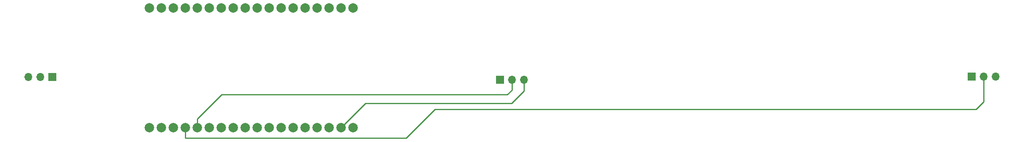
<source format=gbr>
%TF.GenerationSoftware,KiCad,Pcbnew,7.0.5-0*%
%TF.CreationDate,2023-08-08T15:43:03-04:00*%
%TF.ProjectId,Lemmingometre,4c656d6d-696e-4676-9f6d-657472652e6b,rev?*%
%TF.SameCoordinates,Original*%
%TF.FileFunction,Copper,L2,Bot*%
%TF.FilePolarity,Positive*%
%FSLAX46Y46*%
G04 Gerber Fmt 4.6, Leading zero omitted, Abs format (unit mm)*
G04 Created by KiCad (PCBNEW 7.0.5-0) date 2023-08-08 15:43:03*
%MOMM*%
%LPD*%
G01*
G04 APERTURE LIST*
%TA.AperFunction,ComponentPad*%
%ADD10R,1.700000X1.700000*%
%TD*%
%TA.AperFunction,ComponentPad*%
%ADD11O,1.700000X1.700000*%
%TD*%
%TA.AperFunction,ComponentPad*%
%ADD12C,2.000000*%
%TD*%
%TA.AperFunction,Conductor*%
%ADD13C,0.250000*%
%TD*%
G04 APERTURE END LIST*
D10*
%TO.P,J3,1,Pin_1*%
%TO.N,Net-(J1-Pin_1)*%
X237210000Y-83150000D03*
D11*
%TO.P,J3,2,Pin_2*%
%TO.N,Net-(J2-Pin_2)*%
X239750000Y-83150000D03*
%TO.P,J3,3,Pin_3*%
%TO.N,Net-(J1-Pin_3)*%
X242290000Y-83150000D03*
%TD*%
D10*
%TO.P,J1,1,Pin_1*%
%TO.N,Net-(J1-Pin_1)*%
X137160000Y-83820000D03*
D11*
%TO.P,J1,2,Pin_2*%
%TO.N,Net-(J1-Pin_2)*%
X139700000Y-83820000D03*
%TO.P,J1,3,Pin_3*%
%TO.N,Net-(J1-Pin_3)*%
X142240000Y-83820000D03*
%TD*%
D10*
%TO.P,J2,1,Pin_1*%
%TO.N,Net-(J1-Pin_1)*%
X42290000Y-83250000D03*
D11*
%TO.P,J2,2,Pin_2*%
%TO.N,Net-(J2-Pin_2)*%
X39750000Y-83250000D03*
%TO.P,J2,3,Pin_3*%
%TO.N,Net-(J1-Pin_3)*%
X37210000Y-83250000D03*
%TD*%
D12*
%TO.P,U1,1,IO1/TXD*%
%TO.N,unconnected-(U1-IO1{slash}TXD-Pad1)*%
X65400000Y-93950000D03*
%TO.P,U1,2,IO2/D9*%
%TO.N,unconnected-(U1-IO2{slash}D9-Pad2)*%
X85720000Y-93950000D03*
%TO.P,U1,3,IO3/RXD*%
%TO.N,unconnected-(U1-IO3{slash}RXD-Pad3)*%
X62860000Y-93950000D03*
%TO.P,U1,4,D0/IO4*%
%TO.N,unconnected-(U1-D0{slash}IO4-Pad4)*%
X98420000Y-68550000D03*
%TO.P,U1,5,IO5/D8*%
%TO.N,unconnected-(U1-IO5{slash}D8-Pad5)*%
X83180000Y-93950000D03*
%TO.P,U1,6,IO6/CLK*%
%TO.N,unconnected-(U1-IO6{slash}CLK-Pad6)*%
X88260000Y-93950000D03*
%TO.P,U1,7,IO7/SD0*%
%TO.N,unconnected-(U1-IO7{slash}SD0-Pad7)*%
X90800000Y-93950000D03*
%TO.P,U1,8,IO8/SD1*%
%TO.N,unconnected-(U1-IO8{slash}SD1-Pad8)*%
X93340000Y-93950000D03*
%TO.P,U1,9,IO9/D5*%
%TO.N,unconnected-(U1-IO9{slash}D5-Pad9)*%
X75560000Y-93950000D03*
%TO.P,U1,10,IO10/D6*%
%TO.N,unconnected-(U1-IO10{slash}D6-Pad10)*%
X78100000Y-93950000D03*
%TO.P,U1,11,IO11/CMD*%
%TO.N,unconnected-(U1-IO11{slash}CMD-Pad11)*%
X95880000Y-93950000D03*
%TO.P,U1,12,MCLK/IO12*%
%TO.N,unconnected-(U1-MCLK{slash}IO12-Pad12)*%
X95880000Y-68550000D03*
%TO.P,U1,13,IO13/D7*%
%TO.N,unconnected-(U1-IO13{slash}D7-Pad13)*%
X80640000Y-93950000D03*
%TO.P,U1,14,BCLK/IO14*%
%TO.N,unconnected-(U1-BCLK{slash}IO14-Pad14)*%
X93340000Y-68550000D03*
%TO.P,U1,15,A4/IO15*%
%TO.N,unconnected-(U1-A4{slash}IO15-Pad15)*%
X73020000Y-68550000D03*
%TO.P,U1,16,D1/IO16*%
%TO.N,unconnected-(U1-D1{slash}IO16-Pad16)*%
X100960000Y-68550000D03*
%TO.P,U1,17,LRCK/IO17*%
%TO.N,unconnected-(U1-LRCK{slash}IO17-Pad17)*%
X103500000Y-68550000D03*
%TO.P,U1,18,SCK/IO18*%
%TO.N,unconnected-(U1-SCK{slash}IO18-Pad18)*%
X80640000Y-68550000D03*
%TO.P,U1,19,MISO/IO19*%
%TO.N,unconnected-(U1-MISO{slash}IO19-Pad19)*%
X85720000Y-68550000D03*
%TO.P,U1,21,SDA/IO21*%
%TO.N,unconnected-(U1-SDA{slash}IO21-Pad21)*%
X88260000Y-68550000D03*
%TO.P,U1,22,SCL/IO22*%
%TO.N,unconnected-(U1-SCL{slash}IO22-Pad22)*%
X90800000Y-68550000D03*
%TO.P,U1,23,MOSI/IO23*%
%TO.N,unconnected-(U1-MOSI{slash}IO23-Pad23)*%
X83180000Y-68550000D03*
%TO.P,U1,25,IO25/D2*%
%TO.N,unconnected-(U1-IO25{slash}D2-Pad25)*%
X67940000Y-93950000D03*
%TO.P,U1,26,IO26/D3*%
%TO.N,Net-(J2-Pin_2)*%
X70480000Y-93950000D03*
%TO.P,U1,27,IO27/D4*%
%TO.N,Net-(J1-Pin_2)*%
X73020000Y-93950000D03*
%TO.P,U1,34,A2/IO34*%
%TO.N,unconnected-(U1-A2{slash}IO34-Pad34)*%
X67940000Y-68550000D03*
%TO.P,U1,35,A3/IO35*%
%TO.N,unconnected-(U1-A3{slash}IO35-Pad35)*%
X70480000Y-68550000D03*
%TO.P,U1,36,A0/IO36*%
%TO.N,unconnected-(U1-A0{slash}IO36-Pad36)*%
X62860000Y-68550000D03*
%TO.P,U1,39,A1/IO39*%
%TO.N,unconnected-(U1-A1{slash}IO39-Pad39)*%
X65400000Y-68550000D03*
%TO.P,U1,40,NC*%
%TO.N,unconnected-(U1-NC-Pad40)*%
X75560000Y-68550000D03*
%TO.P,U1,41,IO0*%
%TO.N,unconnected-(U1-IO0-Pad41)*%
X78100000Y-68550000D03*
%TO.P,U1,42,RST*%
%TO.N,unconnected-(U1-RST-Pad42)*%
X106040000Y-68550000D03*
%TO.P,U1,43,GND*%
%TO.N,Net-(J1-Pin_1)*%
X98420000Y-93950000D03*
%TO.P,U1,44,AREF*%
%TO.N,unconnected-(U1-AREF-Pad44)*%
X100960000Y-93950000D03*
%TO.P,U1,45,3V3*%
%TO.N,Net-(J1-Pin_3)*%
X103500000Y-93950000D03*
%TO.P,U1,46,VCC*%
%TO.N,unconnected-(U1-VCC-Pad46)*%
X106040000Y-93950000D03*
%TD*%
D13*
%TO.N,Net-(J2-Pin_2)*%
X239750000Y-83150000D02*
X239750000Y-88450000D01*
X239750000Y-88450000D02*
X238100000Y-90100000D01*
X123400000Y-90100000D02*
X117320000Y-96180000D01*
X238100000Y-90100000D02*
X123400000Y-90100000D01*
X117320000Y-96180000D02*
X70480000Y-96180000D01*
X70480000Y-96180000D02*
X70480000Y-93950000D01*
%TO.N,Net-(J1-Pin_2)*%
X73020000Y-92080000D02*
X73020000Y-93950000D01*
X139700000Y-83820000D02*
X139700000Y-86000000D01*
X78150000Y-86950000D02*
X73020000Y-92080000D01*
X138750000Y-86950000D02*
X78150000Y-86950000D01*
X139700000Y-86000000D02*
X138750000Y-86950000D01*
%TO.N,Net-(J1-Pin_3)*%
X142240000Y-83820000D02*
X142240000Y-86210000D01*
X139650000Y-88800000D02*
X108650000Y-88800000D01*
X108650000Y-88800000D02*
X103500000Y-93950000D01*
X142240000Y-86210000D02*
X139650000Y-88800000D01*
%TD*%
M02*

</source>
